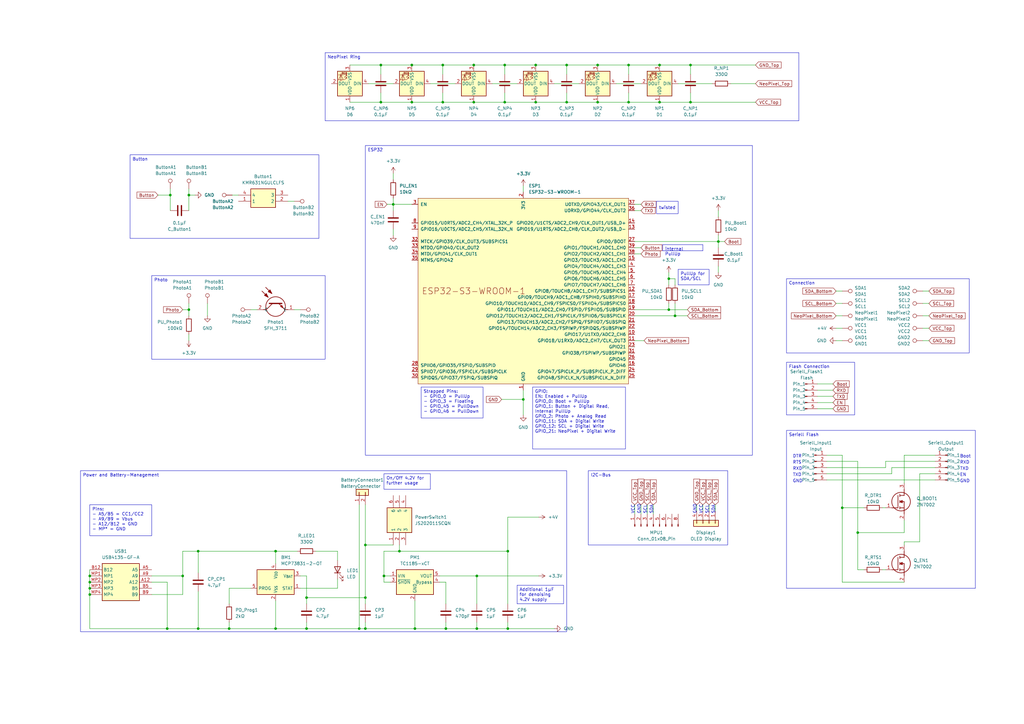
<source format=kicad_sch>
(kicad_sch (version 20230121) (generator eeschema)
  (paper "A3")
  (junction (at 207.01 41.91))
  (junction (at 125.73 245.11))
  (junction (at 74.93 236.22))
  (junction (at 68.58 257.81))
  (junction (at 182.88 257.81))
  (junction (at 257.81 41.91))
  (junction (at 149.86 245.11))
  (junction (at 245.11 26.67))
  (junction (at 351.79 218.44))
  (junction (at 36.83 243.84))
  (junction (at 181.61 41.91))
  (junction (at 232.41 41.91))
  (junction (at 194.31 26.67))
  (junction (at 345.44 208.28))
  (junction (at 276.86 129.54))
  (junction (at 168.91 26.67))
  (junction (at 163.83 226.06))
  (junction (at 149.86 257.81))
  (junction (at 270.51 41.91))
  (junction (at 157.48 236.22))
  (junction (at 36.83 241.3))
  (junction (at 81.28 226.06))
  (junction (at 81.28 257.81))
  (junction (at 219.71 26.67))
  (junction (at 156.21 26.67))
  (junction (at 125.73 257.81))
  (junction (at 270.51 26.67))
  (junction (at 168.91 41.91))
  (junction (at 208.28 257.81))
  (junction (at 283.21 26.67))
  (junction (at 69.85 80.01))
  (junction (at 147.32 257.81))
  (junction (at 170.18 257.81))
  (junction (at 232.41 26.67))
  (junction (at 195.58 257.81))
  (junction (at 36.83 236.22))
  (junction (at 161.29 83.82))
  (junction (at 208.28 226.06))
  (junction (at 149.86 223.52))
  (junction (at 274.32 127))
  (junction (at 181.61 26.67))
  (junction (at 77.47 127))
  (junction (at 36.83 238.76))
  (junction (at 274.32 114.3))
  (junction (at 257.81 26.67))
  (junction (at 113.03 226.06))
  (junction (at 219.71 41.91))
  (junction (at 195.58 236.22))
  (junction (at 283.21 41.91))
  (junction (at 113.03 257.81))
  (junction (at 214.63 163.83))
  (junction (at 93.98 257.81))
  (junction (at 156.21 41.91))
  (junction (at 294.64 99.06))
  (junction (at 207.01 26.67))
  (junction (at 77.47 80.01))
  (junction (at 194.31 41.91))
  (junction (at 245.11 41.91))
  (wire (pts (xy 294.64 96.52) (xy 294.64 99.06)))
  (wire (pts (xy 260.35 101.6) (xy 262.89 101.6)))
  (wire (pts (xy 77.47 80.01) (xy 80.01 80.01)))
  (wire (pts (xy 378.46 139.7) (xy 381 139.7)))
  (wire (pts (xy 81.28 226.06) (xy 74.93 226.06)))
  (wire (pts (xy 335.28 165.1) (xy 341.63 165.1)))
  (wire (pts (xy 157.48 236.22) (xy 160.02 236.22)))
  (wire (pts (xy 257.81 30.48) (xy 257.81 26.67)))
  (wire (pts (xy 257.81 41.91) (xy 245.11 41.91)))
  (wire (pts (xy 335.28 167.64) (xy 341.63 167.64)))
  (wire (pts (xy 339.09 194.31) (xy 365.76 194.31)))
  (wire (pts (xy 378.46 124.46) (xy 381 124.46)))
  (wire (pts (xy 123.19 241.3) (xy 138.43 241.3)))
  (wire (pts (xy 265.43 207.01) (xy 265.43 210.82)))
  (wire (pts (xy 195.58 236.22) (xy 195.58 247.65)))
  (wire (pts (xy 74.93 226.06) (xy 74.93 236.22)))
  (wire (pts (xy 161.29 71.12) (xy 161.29 73.66)))
  (wire (pts (xy 335.28 162.56) (xy 341.63 162.56)))
  (wire (pts (xy 345.44 186.69) (xy 339.09 186.69)))
  (wire (pts (xy 259.08 142.24) (xy 260.35 142.24)))
  (wire (pts (xy 208.28 255.27) (xy 208.28 257.81)))
  (wire (pts (xy 77.47 77.47) (xy 77.47 80.01)))
  (wire (pts (xy 342.9 134.62) (xy 345.44 134.62)))
  (wire (pts (xy 363.22 189.23) (xy 363.22 191.77)))
  (wire (pts (xy 232.41 30.48) (xy 232.41 26.67)))
  (wire (pts (xy 149.86 223.52) (xy 149.86 245.11)))
  (wire (pts (xy 208.28 257.81) (xy 195.58 257.81)))
  (wire (pts (xy 163.83 223.52) (xy 163.83 226.06)))
  (wire (pts (xy 149.86 207.01) (xy 149.86 223.52)))
  (wire (pts (xy 170.18 257.81) (xy 182.88 257.81)))
  (wire (pts (xy 288.29 207.01) (xy 288.29 209.55)))
  (wire (pts (xy 208.28 212.09) (xy 220.98 212.09)))
  (wire (pts (xy 260.35 104.14) (xy 262.89 104.14)))
  (wire (pts (xy 260.35 99.06) (xy 294.64 99.06)))
  (wire (pts (xy 85.09 124.46) (xy 85.09 129.54)))
  (wire (pts (xy 365.76 191.77) (xy 365.76 194.31)))
  (wire (pts (xy 214.63 76.2) (xy 214.63 78.74)))
  (wire (pts (xy 294.64 99.06) (xy 294.64 101.6)))
  (wire (pts (xy 285.75 207.01) (xy 285.75 209.55)))
  (wire (pts (xy 339.09 189.23) (xy 351.79 189.23)))
  (wire (pts (xy 195.58 236.22) (xy 220.98 236.22)))
  (wire (pts (xy 335.28 160.02) (xy 341.63 160.02)))
  (wire (pts (xy 370.84 222.25) (xy 370.84 223.52)))
  (wire (pts (xy 294.64 99.06) (xy 297.18 99.06)))
  (wire (pts (xy 339.09 196.85) (xy 383.54 196.85)))
  (wire (pts (xy 260.35 83.82) (xy 262.89 83.82)))
  (wire (pts (xy 160.02 238.76) (xy 157.48 238.76)))
  (wire (pts (xy 270.51 41.91) (xy 257.81 41.91)))
  (wire (pts (xy 260.35 139.7) (xy 264.16 139.7)))
  (wire (pts (xy 149.86 257.81) (xy 170.18 257.81)))
  (wire (pts (xy 181.61 30.48) (xy 181.61 26.67)))
  (wire (pts (xy 345.44 208.28) (xy 345.44 186.69)))
  (wire (pts (xy 378.46 129.54) (xy 381 129.54)))
  (wire (pts (xy 339.09 191.77) (xy 363.22 191.77)))
  (wire (pts (xy 276.86 114.3) (xy 274.32 114.3)))
  (wire (pts (xy 361.95 233.68) (xy 363.22 233.68)))
  (wire (pts (xy 161.29 83.82) (xy 168.91 83.82)))
  (wire (pts (xy 383.54 194.31) (xy 377.19 194.31)))
  (wire (pts (xy 36.83 233.68) (xy 36.83 236.22)))
  (wire (pts (xy 207.01 26.67) (xy 194.31 26.67)))
  (wire (pts (xy 208.28 257.81) (xy 227.33 257.81)))
  (wire (pts (xy 237.49 34.29) (xy 227.33 34.29)))
  (wire (pts (xy 378.46 119.38) (xy 381 119.38)))
  (wire (pts (xy 77.47 129.54) (xy 77.47 127)))
  (wire (pts (xy 149.86 245.11) (xy 149.86 247.65)))
  (wire (pts (xy 377.19 194.31) (xy 377.19 222.25)))
  (wire (pts (xy 182.88 255.27) (xy 182.88 257.81)))
  (wire (pts (xy 212.09 34.29) (xy 201.93 34.29)))
  (wire (pts (xy 123.19 236.22) (xy 125.73 236.22)))
  (wire (pts (xy 158.75 83.82) (xy 161.29 83.82)))
  (wire (pts (xy 274.32 124.46) (xy 274.32 127)))
  (wire (pts (xy 214.63 163.83) (xy 214.63 170.18)))
  (wire (pts (xy 245.11 26.67) (xy 232.41 26.67)))
  (wire (pts (xy 342.9 119.38) (xy 345.44 119.38)))
  (wire (pts (xy 274.32 111.76) (xy 274.32 114.3)))
  (wire (pts (xy 274.32 114.3) (xy 274.32 116.84)))
  (wire (pts (xy 370.84 213.36) (xy 370.84 218.44)))
  (wire (pts (xy 383.54 189.23) (xy 363.22 189.23)))
  (wire (pts (xy 232.41 41.91) (xy 219.71 41.91)))
  (wire (pts (xy 207.01 41.91) (xy 194.31 41.91)))
  (wire (pts (xy 180.34 238.76) (xy 182.88 238.76)))
  (wire (pts (xy 138.43 237.49) (xy 138.43 241.3)))
  (wire (pts (xy 161.29 86.36) (xy 161.29 83.82)))
  (wire (pts (xy 214.63 160.02) (xy 214.63 163.83)))
  (wire (pts (xy 276.86 129.54) (xy 281.94 129.54)))
  (wire (pts (xy 370.84 198.12) (xy 370.84 186.69)))
  (wire (pts (xy 138.43 229.87) (xy 138.43 226.06)))
  (wire (pts (xy 125.73 236.22) (xy 125.73 245.11)))
  (wire (pts (xy 113.03 246.38) (xy 113.03 257.81)))
  (wire (pts (xy 181.61 41.91) (xy 181.61 38.1)))
  (wire (pts (xy 125.73 245.11) (xy 125.73 247.65)))
  (wire (pts (xy 182.88 257.81) (xy 195.58 257.81)))
  (wire (pts (xy 208.28 226.06) (xy 208.28 212.09)))
  (wire (pts (xy 161.29 34.29) (xy 151.13 34.29)))
  (wire (pts (xy 129.54 226.06) (xy 138.43 226.06)))
  (wire (pts (xy 36.83 243.84) (xy 36.83 257.81)))
  (wire (pts (xy 257.81 26.67) (xy 245.11 26.67)))
  (wire (pts (xy 161.29 81.28) (xy 161.29 83.82)))
  (wire (pts (xy 283.21 26.67) (xy 309.88 26.67)))
  (wire (pts (xy 345.44 238.76) (xy 345.44 208.28)))
  (wire (pts (xy 81.28 226.06) (xy 81.28 234.95)))
  (wire (pts (xy 69.85 80.01) (xy 69.85 86.36)))
  (wire (pts (xy 182.88 238.76) (xy 182.88 247.65)))
  (wire (pts (xy 74.93 127) (xy 77.47 127)))
  (wire (pts (xy 147.32 207.01) (xy 147.32 257.81)))
  (wire (pts (xy 156.21 26.67) (xy 143.51 26.67)))
  (wire (pts (xy 157.48 238.76) (xy 157.48 236.22)))
  (wire (pts (xy 290.83 207.01) (xy 290.83 209.55)))
  (wire (pts (xy 293.37 207.01) (xy 293.37 209.55)))
  (wire (pts (xy 77.47 137.16) (xy 77.47 139.7)))
  (wire (pts (xy 36.83 238.76) (xy 36.83 241.3)))
  (wire (pts (xy 180.34 236.22) (xy 195.58 236.22)))
  (wire (pts (xy 378.46 134.62) (xy 381 134.62)))
  (wire (pts (xy 262.89 34.29) (xy 252.73 34.29)))
  (wire (pts (xy 125.73 255.27) (xy 125.73 257.81)))
  (wire (pts (xy 157.48 226.06) (xy 163.83 226.06)))
  (wire (pts (xy 283.21 30.48) (xy 283.21 26.67)))
  (wire (pts (xy 186.69 34.29) (xy 176.53 34.29)))
  (wire (pts (xy 351.79 218.44) (xy 370.84 218.44)))
  (wire (pts (xy 345.44 208.28) (xy 354.33 208.28)))
  (wire (pts (xy 195.58 255.27) (xy 195.58 257.81)))
  (wire (pts (xy 163.83 226.06) (xy 208.28 226.06)))
  (wire (pts (xy 181.61 26.67) (xy 168.91 26.67)))
  (wire (pts (xy 74.93 243.84) (xy 74.93 236.22)))
  (wire (pts (xy 161.29 93.98) (xy 161.29 96.52)))
  (wire (pts (xy 370.84 238.76) (xy 345.44 238.76)))
  (wire (pts (xy 181.61 41.91) (xy 168.91 41.91)))
  (wire (pts (xy 232.41 41.91) (xy 232.41 38.1)))
  (wire (pts (xy 207.01 41.91) (xy 207.01 38.1)))
  (wire (pts (xy 194.31 26.67) (xy 181.61 26.67)))
  (wire (pts (xy 377.19 222.25) (xy 370.84 222.25)))
  (wire (pts (xy 283.21 26.67) (xy 270.51 26.67)))
  (wire (pts (xy 335.28 157.48) (xy 341.63 157.48)))
  (wire (pts (xy 292.1 34.29) (xy 278.13 34.29)))
  (wire (pts (xy 267.97 207.01) (xy 267.97 210.82)))
  (wire (pts (xy 64.77 80.01) (xy 69.85 80.01)))
  (wire (pts (xy 294.64 86.36) (xy 294.64 88.9)))
  (wire (pts (xy 361.95 208.28) (xy 363.22 208.28)))
  (wire (pts (xy 260.35 129.54) (xy 276.86 129.54)))
  (wire (pts (xy 260.35 127) (xy 274.32 127)))
  (wire (pts (xy 283.21 41.91) (xy 309.88 41.91)))
  (wire (pts (xy 62.23 238.76) (xy 68.58 238.76)))
  (wire (pts (xy 36.83 236.22) (xy 36.83 238.76)))
  (wire (pts (xy 276.86 114.3) (xy 276.86 116.84)))
  (wire (pts (xy 168.91 41.91) (xy 156.21 41.91)))
  (wire (pts (xy 68.58 238.76) (xy 68.58 257.81)))
  (wire (pts (xy 93.98 255.27) (xy 93.98 257.81)))
  (wire (pts (xy 219.71 41.91) (xy 207.01 41.91)))
  (wire (pts (xy 102.87 241.3) (xy 93.98 241.3)))
  (wire (pts (xy 260.35 86.36) (xy 262.89 86.36)))
  (wire (pts (xy 260.35 207.01) (xy 260.35 210.82)))
  (wire (pts (xy 156.21 41.91) (xy 156.21 38.1)))
  (wire (pts (xy 157.48 226.06) (xy 157.48 236.22)))
  (wire (pts (xy 283.21 41.91) (xy 283.21 38.1)))
  (wire (pts (xy 81.28 257.81) (xy 93.98 257.81)))
  (wire (pts (xy 274.32 127) (xy 281.94 127)))
  (wire (pts (xy 299.72 34.29) (xy 309.88 34.29)))
  (wire (pts (xy 276.86 124.46) (xy 276.86 129.54)))
  (wire (pts (xy 118.11 82.55) (xy 120.65 82.55)))
  (wire (pts (xy 97.79 80.01) (xy 95.25 80.01)))
  (wire (pts (xy 370.84 186.69) (xy 383.54 186.69)))
  (wire (pts (xy 93.98 241.3) (xy 93.98 247.65)))
  (wire (pts (xy 207.01 30.48) (xy 207.01 26.67)))
  (wire (pts (xy 168.91 26.67) (xy 156.21 26.67)))
  (wire (pts (xy 125.73 257.81) (xy 147.32 257.81)))
  (wire (pts (xy 62.23 236.22) (xy 74.93 236.22)))
  (wire (pts (xy 149.86 223.52) (xy 161.29 223.52)))
  (wire (pts (xy 270.51 26.67) (xy 257.81 26.67)))
  (wire (pts (xy 342.9 124.46) (xy 345.44 124.46)))
  (wire (pts (xy 342.9 129.54) (xy 345.44 129.54)))
  (wire (pts (xy 81.28 242.57) (xy 81.28 257.81)))
  (wire (pts (xy 68.58 257.81) (xy 81.28 257.81)))
  (wire (pts (xy 245.11 41.91) (xy 232.41 41.91)))
  (wire (pts (xy 77.47 80.01) (xy 77.47 86.36)))
  (wire (pts (xy 113.03 226.06) (xy 81.28 226.06)))
  (wire (pts (xy 170.18 246.38) (xy 170.18 257.81)))
  (wire (pts (xy 120.65 127) (xy 123.19 127)))
  (wire (pts (xy 383.54 191.77) (xy 365.76 191.77)))
  (wire (pts (xy 125.73 245.11) (xy 149.86 245.11)))
  (wire (pts (xy 93.98 257.81) (xy 113.03 257.81)))
  (wire (pts (xy 156.21 30.48) (xy 156.21 26.67)))
  (wire (pts (xy 205.74 163.83) (xy 214.63 163.83)))
  (wire (pts (xy 257.81 41.91) (xy 257.81 38.1)))
  (wire (pts (xy 351.79 218.44) (xy 351.79 233.68)))
  (wire (pts (xy 283.21 41.91) (xy 270.51 41.91)))
  (wire (pts (xy 232.41 26.67) (xy 219.71 26.67)))
  (wire (pts (xy 208.28 247.65) (xy 208.28 226.06)))
  (wire (pts (xy 147.32 257.81) (xy 149.86 257.81)))
  (wire (pts (xy 36.83 257.81) (xy 68.58 257.81)))
  (wire (pts (xy 36.83 241.3) (xy 36.83 243.84)))
  (wire (pts (xy 194.31 41.91) (xy 181.61 41.91)))
  (wire (pts (xy 342.9 139.7) (xy 345.44 139.7)))
  (wire (pts (xy 351.79 189.23) (xy 351.79 218.44)))
  (wire (pts (xy 113.03 226.06) (xy 121.92 226.06)))
  (wire (pts (xy 219.71 26.67) (xy 207.01 26.67)))
  (wire (pts (xy 77.47 124.46) (xy 77.47 127)))
  (wire (pts (xy 113.03 231.14) (xy 113.03 226.06)))
  (wire (pts (xy 351.79 233.68) (xy 354.33 233.68)))
  (wire (pts (xy 69.85 77.47) (xy 69.85 80.01)))
  (wire (pts (xy 113.03 257.81) (xy 125.73 257.81)))
  (wire (pts (xy 149.86 255.27) (xy 149.86 257.81)))
  (wire (pts (xy 262.89 207.01) (xy 262.89 210.82)))
  (wire (pts (xy 62.23 243.84) (xy 74.93 243.84)))
  (wire (pts (xy 294.64 109.22) (xy 294.64 111.76)))
  (wire (pts (xy 102.87 127) (xy 105.41 127)))
  (wire (pts (xy 156.21 41.91) (xy 143.51 41.91)))
  (text_box "Additional 1µF for denoising 4.2V supply" (at 212.09 240.03 0) (size 19.05 7.62) (effects (font (size 1.27 1.27)) (justify left top)))
  (text_box "Pins:\n- A5/B5 = CC1/CC2\n- A9/B9 = Vbus\n- A12/B12 = GND\n- MP* = GND" (at 36.83 207.01 0) (size 25.4 12.7) (effects (font (size 1.27 1.27)) (justify left top)))
  (text_box "On/Off 4.2V for further usage" (at 157.48 194.31 0) (size 19.05 6.35) (effects (font (size 1.27 1.27)) (justify left top)))
  (text_box "Power and Battery-Management" (at 33.02 193.04 0) (size 199.39 66.04) (effects (font (size 1.27 1.27)) (justify left top)))
  (text_box "Photo" (at 62.23 113.03 0) (size 71.12 34.29) (effects (font (size 1.27 1.27)) (justify left top)))
  (text_box "I2C-Bus" (at 241.3 193.04 0) (size 57.15 30.48) (effects (font (size 1.27 1.27)) (justify left top)))
  (text_box "ESP32" (at 149.86 59.69 0) (size 158.75 127) (effects (font (size 1.27 1.27)) (justify left top)))
  (text_box "internal PullUp" (at 271.78 100.33 0) (size 16.51 2.54) (effects (font (size 1.27 1.27)) (justify left top)))
  (text_box "PullUp for SDA/SCL" (at 278.13 110.49 0) (size 12.7 6.35) (effects (font (size 1.27 1.27)) (justify left top)))
  (text_box "GPIO:\nEN: Enabled + PullUp\nGPIO_0: Boot + PullUp\nGPIO_1: Button + Digital Read, Internal PullUp\nGPIO_2: Photo + Analog Read\nGPIO_11: SDA + Digital Write\nGPIO_12: SCL + Digital Write\nGPIO_21: NeoPixel + Digital Write\n" (at 218.44 158.75 0) (size 38.1 25.4) (effects (font (size 1.27 1.27)) (justify left top)))
  (text_box "Flash Connection" (at 322.58 148.59 0) (size 27.94 21.59) (effects (font (size 1.27 1.27)) (justify left top)))
  (text_box "twisted" (at 269.24 82.55 0) (size 8.89 5.08) (effects (font (size 1.27 1.27))))
  (text_box "Seriell Flash" (at 322.58 176.53 0) (size 77.47 64.77) (effects (font (size 1.27 1.27)) (justify left top)))
  (text_box "Connection" (at 322.58 114.3 0) (size 74.93 30.48) (effects (font (size 1.27 1.27)) (justify left top)))
  (text_box "Strapped Pins:\n- GPIO_0 = PullUp\n- GPIO_3 = Floating\n- GPIO_45 = PullDown\n- GPIO_46 = PullDown" (at 172.72 158.75 0) (size 25.4 12.7) (effects (font (size 1.27 1.27)) (justify left top)))
  (text_box "Button" (at 53.34 63.5 0) (size 77.47 34.29) (effects (font (size 1.27 1.27)) (justify left top)))
  (text_box "NeoPixel Ring" (at 133.35 21.59 0) (size 194.31 27.94) (effects (font (size 1.27 1.27)) (justify left top)))
  (text "TXD" (at 393.7 193.04 0) (effects (font (size 1.27 1.27)) (justify left bottom)))
  (text "SCL" (at 265.43 210.82 90) (effects (font (size 1.27 1.27)) (justify left bottom)))
  (text "GND" (at 285.75 210.82 90) (effects (font (size 1.27 1.27)) (justify left bottom)))
  (text "GND" (at 325.12 198.12 0) (effects (font (size 1.27 1.27)) (justify left bottom)))
  (text "TXD" (at 325.12 195.58 0) (effects (font (size 1.27 1.27)) (justify left bottom)))
  (text "GND" (at 393.7 198.12 0) (effects (font (size 1.27 1.27)) (justify left bottom)))
  (text "RXD" (at 393.7 190.5 0) (effects (font (size 1.27 1.27)) (justify left bottom)))
  (text "VCC" (at 260.35 210.82 90) (effects (font (size 1.27 1.27)) (justify left bottom)))
  (text "SCL" (at 290.83 210.82 90) (effects (font (size 1.27 1.27)) (justify left bottom)))
  (text "GND" (at 262.89 210.82 90) (effects (font (size 1.27 1.27)) (justify left bottom)))
  (text "DTR" (at 325.12 187.96 0) (effects (font (size 1.27 1.27)) (justify left bottom)))
  (text "SDA" (at 293.37 210.82 90) (effects (font (size 1.27 1.27)) (justify left bottom)))
  (text "VCC" (at 288.29 210.82 90) (effects (font (size 1.27 1.27)) (justify left bottom)))
  (text "RXD" (at 325.12 193.04 0) (effects (font (size 1.27 1.27)) (justify left bottom)))
  (text "RTS" (at 325.12 190.5 0) (effects (font (size 1.27 1.27)) (justify left bottom)))
  (text "SDA" (at 267.97 210.82 90) (effects (font (size 1.27 1.27)) (justify left bottom)))
  (text "EN" (at 393.7 195.58 0) (effects (font (size 1.27 1.27)) (justify left bottom)))
  (text "Boot" (at 393.7 187.96 0) (effects (font (size 1.27 1.27)) (justify left bottom)))
  (global_label "GND_Top" (shape input) (at 381 139.7 0) (property "Intersheetrefs" "${INTERSHEET_REFS}" (effects hide)))
  (global_label "Photo" (shape input) (at 262.89 104.14 0) (property "Intersheetrefs" "${INTERSHEET_REFS}" (effects hide)))
  (global_label "SDA_Bottom" (shape input) (at 342.9 119.38 180) (property "Intersheetrefs" "${INTERSHEET_REFS}" (effects hide)))
  (global_label "NeoPixel_Top" (shape input) (at 309.88 34.29 0) (property "Intersheetrefs" "${INTERSHEET_REFS}" (effects hide)))
  (global_label "VCC_Top" (shape input) (at 381 134.62 0) (property "Intersheetrefs" "${INTERSHEET_REFS}" (effects hide)))
  (global_label "GND" (shape input) (at 341.63 167.64 0) (property "Intersheetrefs" "${INTERSHEET_REFS}" (effects hide)))
  (global_label "NeoPixel_Top" (shape input) (at 381 129.54 0) (property "Intersheetrefs" "${INTERSHEET_REFS}" (effects hide)))
  (global_label "NeoPixel_Bottom" (shape input) (at 342.9 129.54 180) (property "Intersheetrefs" "${INTERSHEET_REFS}" (effects hide)))
  (global_label "SCL_Bottom" (shape input) (at 342.9 124.46 180) (property "Intersheetrefs" "${INTERSHEET_REFS}" (effects hide)))
  (global_label "EN" (shape input) (at 158.75 83.82 180) (property "Intersheetrefs" "${INTERSHEET_REFS}" (effects hide)))
  (global_label "SCL_Top" (shape input) (at 381 124.46 0) (property "Intersheetrefs" "${INTERSHEET_REFS}" (effects hide)))
  (global_label "SCL_Top" (shape input) (at 265.43 207.01 90) (property "Intersheetrefs" "${INTERSHEET_REFS}" (effects hide)))
  (global_label "GND" (shape input) (at 205.74 163.83 180) (property "Intersheetrefs" "${INTERSHEET_REFS}" (effects hide)))
  (global_label "TXD" (shape input) (at 341.63 162.56 0) (property "Intersheetrefs" "${INTERSHEET_REFS}" (effects hide)))
  (global_label "SCL_Bottom" (shape input) (at 281.94 129.54 0) (property "Intersheetrefs" "${INTERSHEET_REFS}" (effects hide)))
  (global_label "Button" (shape input) (at 64.77 80.01 180) (property "Intersheetrefs" "${INTERSHEET_REFS}" (effects hide)))
  (global_label "RXD" (shape input) (at 262.89 83.82 0) (property "Intersheetrefs" "${INTERSHEET_REFS}" (effects hide)))
  (global_label "VCC_Top" (shape input) (at 288.29 207.01 90) (property "Intersheetrefs" "${INTERSHEET_REFS}" (effects hide)))
  (global_label "VCC_Top" (shape input) (at 260.35 207.01 90) (property "Intersheetrefs" "${INTERSHEET_REFS}" (effects hide)))
  (global_label "RXD" (shape input) (at 341.63 160.02 0) (property "Intersheetrefs" "${INTERSHEET_REFS}" (effects hide)))
  (global_label "SCL_Top" (shape input) (at 290.83 207.01 90) (property "Intersheetrefs" "${INTERSHEET_REFS}" (effects hide)))
  (global_label "GND_Top" (shape input) (at 285.75 207.01 90) (property "Intersheetrefs" "${INTERSHEET_REFS}" (effects hide)))
  (global_label "Photo" (shape input) (at 74.93 127 180) (property "Intersheetrefs" "${INTERSHEET_REFS}" (effects hide)))
  (global_label "Button" (shape input) (at 262.89 101.6 0) (property "Intersheetrefs" "${INTERSHEET_REFS}" (effects hide)))
  (global_label "VCC_Top" (shape input) (at 309.88 41.91 0) (property "Intersheetrefs" "${INTERSHEET_REFS}" (effects hide)))
  (global_label "SDA_Bottom" (shape input) (at 281.94 127 0) (property "Intersheetrefs" "${INTERSHEET_REFS}" (effects hide)))
  (global_label "Boot" (shape input) (at 341.63 157.48 0) (property "Intersheetrefs" "${INTERSHEET_REFS}" (effects hide)))
  (global_label "TXD" (shape input) (at 262.89 86.36 0) (property "Intersheetrefs" "${INTERSHEET_REFS}" (effects hide)))
  (global_label "NeoPixel_Bottom" (shape input) (at 264.16 139.7 0) (property "Intersheetrefs" "${INTERSHEET_REFS}" (effects hide)))
  (global_label "SDA_Top" (shape input) (at 293.37 207.01 90) (property "Intersheetrefs" "${INTERSHEET_REFS}" (effects hide)))
  (global_label "EN" (shape input) (at 341.63 165.1 0) (property "Intersheetrefs" "${INTERSHEET_REFS}" (effects hide)))
  (global_label "GND_Top" (shape input) (at 262.89 207.01 90) (property "Intersheetrefs" "${INTERSHEET_REFS}" (effects hide)))
  (global_label "SDA_Top" (shape input) (at 267.97 207.01 90) (property "Intersheetrefs" "${INTERSHEET_REFS}" (effects hide)))
  (global_label "GND_Top" (shape input) (at 309.88 26.67 0) (property "Intersheetrefs" "${INTERSHEET_REFS}" (effects hide)))
  (global_label "SDA_Top" (shape input) (at 381 119.38 0) (property "Intersheetrefs" "${INTERSHEET_REFS}" (effects hide)))
  (global_label "Boot" (shape input) (at 297.18 99.06 0) (property "Intersheetrefs" "${INTERSHEET_REFS}" (effects hide)))
  (symbol (lib_id "USB4135-GF-A:USB4135-GF-A") (at 62.23 233.68 0) (mirror y) (unit 1)
    (property "Reference" "USB1" (at 49.53 226.06 0))
    (property "Value" "USB4135-GF-A" (at 49.53 228.6 0))
    (property "Footprint" "USB4135GFA" (effects hide))
    (property "Height" "3.5" (effects hide))
    (property "Mouser Part Number" "640-USB4135-GF-A" (effects hide))
    (property "Mouser Price/Stock" "https://www.mouser.co.uk/ProductDetail/GCT/USB4135-GF-A?qs=Li%252BoUPsLEnt6HRo6RUvaXA%3D%3D" (effects hide))
    (property "Manufacturer_Name" "GCT (GLOBAL CONNECTOR TECHNOLOGY)" (effects hide))
    (property "Manufacturer_Part_Number" "USB4135-GF-A" (effects hide))
  )
  (symbol (lib_id "Connector:TestPoint") (at 85.09 124.46 0) (mirror y) (unit 1)
    (property "Reference" "PhotoB1" (at 83.82 115.57 0) (effects (justify right)))
    (property "Value" "PhotoB1" (at 83.82 118.11 0) (effects (justify right)))
    (property "Footprint" "TestPoint:TestPoint_Pad_1.5x1.5mm" (effects hide))
  )
  (symbol (lib_id "power:+3.3V") (at 77.47 139.7 180) (unit 1)
    (property "Reference" "#PWR010" (effects hide))
    (property "Value" "+3.3V" (at 77.47 144.78 0))
  )
  (symbol (lib_id "Connector:Conn_01x05_Pin") (at 330.2 162.56 0) (unit 1)
    (property "Reference" "Seriell_Flash1" (at 330.835 152.4 0))
    (property "Value" "Flash" (at 330.835 154.94 0))
    (property "Footprint" "Connector_PinHeader_2.54mm:PinHeader_1x05_P2.54mm_Vertical_SMD_Pin1Left" (effects hide))
  )
  (symbol (lib_id "Device:R") (at 77.47 133.35 0) (mirror y) (unit 1)
    (property "Reference" "PU_Photo1" (at 74.93 132.08 0) (effects (justify left)))
    (property "Value" "100kΩ" (at 74.93 134.62 0) (effects (justify left)))
    (property "Footprint" "Resistor_SMD:R_0805_2012Metric" (effects hide))
  )
  (symbol (lib_id "Device:R") (at 274.32 120.65 0) (mirror x) (unit 1)
    (property "Reference" "PU_SDA1" (at 271.78 119.38 0) (effects (justify right)))
    (property "Value" "10kΩ" (at 271.78 121.92 0) (effects (justify right)))
    (property "Footprint" "Resistor_SMD:R_0805_2012Metric" (effects hide))
  )
  (symbol (lib_id "power:GND") (at 214.63 170.18 0) (unit 1)
    (property "Reference" "#PWR04" (effects hide))
    (property "Value" "GND" (at 214.63 175.26 0))
  )
  (symbol (lib_id "power:+3.3V") (at 214.63 76.2 0) (unit 1)
    (property "Reference" "#PWR011" (effects hide))
    (property "Value" "+3.3V" (at 214.63 71.2262 0))
  )
  (symbol (lib_id "Connector_Generic:Conn_01x04") (at 290.83 214.63 270) (unit 1)
    (property "Reference" "Display1" (at 289.56 218.44 90))
    (property "Value" "OLED Display" (at 289.56 220.98 90))
    (property "Footprint" "Connector_PinHeader_2.54mm:PinHeader_1x04_P2.54mm_Vertical" (effects hide))
  )
  (symbol (lib_id "Connector:TestPoint") (at 102.87 127 90) (mirror x) (unit 1)
    (property "Reference" "PhotoA2" (at 99.06 132.08 90))
    (property "Value" "PhotoA2" (at 99.06 129.54 90))
    (property "Footprint" "TestPoint:TestPoint_Pad_1.5x1.5mm" (effects hide))
  )
  (symbol (lib_id "Device:C") (at 81.28 238.76 0) (unit 1)
    (property "Reference" "CP_CP1" (at 85.09 237.49 0) (effects (justify left)))
    (property "Value" "4.7µF" (at 85.09 240.03 0) (effects (justify left)))
    (property "Footprint" "Capacitor_SMD:C_0805_2012Metric" (effects hide))
  )
  (symbol (lib_id "Device:C") (at 195.58 251.46 0) (unit 1)
    (property "Reference" "CP5" (at 199.39 250.19 0) (effects (justify left)))
    (property "Value" "1µF" (at 199.39 252.73 0) (effects (justify left)))
    (property "Footprint" "Capacitor_SMD:C_0805_2012Metric" (effects hide))
  )
  (symbol (lib_id "power:+3.3V") (at 220.98 236.22 270) (unit 1)
    (property "Reference" "#PWR012" (effects hide))
    (property "Value" "+3.3V" (at 224.79 236.22 90) (effects (justify left)))
  )
  (symbol (lib_id "Connector:TestPoint") (at 378.46 139.7 90) (mirror x) (unit 1)
    (property "Reference" "GND2" (at 373.38 140.97 90) (effects (justify left)))
    (property "Value" "GND2" (at 373.38 138.43 90) (effects (justify left)))
    (property "Footprint" "TestPoint:TestPoint_Pad_1.5x1.5mm" (effects hide))
  )
  (symbol (lib_id "power:GND") (at 161.29 96.52 0) (unit 1)
    (property "Reference" "#PWR03" (effects hide))
    (property "Value" "GND" (at 161.29 101.6 0))
  )
  (symbol (lib_id "Connector:TestPoint") (at 69.85 77.47 0) (mirror y) (unit 1)
    (property "Reference" "ButtonA1" (at 72.39 68.58 0) (effects (justify left)))
    (property "Value" "ButtonA1" (at 72.39 71.12 0) (effects (justify left)))
    (property "Footprint" "TestPoint:TestPoint_Pad_1.5x1.5mm" (effects hide))
  )
  (symbol (lib_id "Connector:TestPoint") (at 95.25 80.01 90) (mirror x) (unit 1)
    (property "Reference" "ButtonA2" (at 91.44 85.09 90))
    (property "Value" "ButtonA2" (at 91.44 82.55 90))
    (property "Footprint" "TestPoint:TestPoint_Pad_1.5x1.5mm" (effects hide))
  )
  (symbol (lib_id "Connector:TestPoint") (at 120.65 82.55 270) (mirror x) (unit 1)
    (property "Reference" "ButtonB2" (at 124.46 85.09 90))
    (property "Value" "ButtonB2" (at 124.46 87.63 90))
    (property "Footprint" "TestPoint:TestPoint_Pad_1.5x1.5mm" (effects hide))
  )
  (symbol (lib_id "Regulator_Linear:TC1185-xCT") (at 170.18 238.76 0) (unit 1)
    (property "Reference" "PM1" (at 170.18 228.6 0))
    (property "Value" "TC1185-xCT" (at 170.18 231.14 0))
    (property "Footprint" "Package_TO_SOT_SMD:SOT-23-5" (effects hide))
    (property "Datasheet" "https://ww1.microchip.com/downloads/aemDocuments/documents/APID/ProductDocuments/DataSheets/21335e.pdf" (effects hide))
  )
  (symbol (lib_id "Device:C") (at 208.28 251.46 0) (unit 1)
    (property "Reference" "CP6" (at 212.09 250.19 0) (effects (justify left)))
    (property "Value" "1µF" (at 212.09 252.73 0) (effects (justify left)))
    (property "Footprint" "Capacitor_SMD:C_0805_2012Metric" (effects hide))
  )
  (symbol (lib_id "Device:C") (at 182.88 251.46 0) (unit 1)
    (property "Reference" "CP4" (at 186.69 250.19 0) (effects (justify left)))
    (property "Value" "470pF" (at 186.69 252.73 0) (effects (justify left)))
    (property "Footprint" "Capacitor_SMD:C_0805_2012Metric" (effects hide))
  )
  (symbol (lib_id "Device:LED") (at 138.43 233.68 90) (unit 1)
    (property "Reference" "LED1" (at 142.24 233.9975 90) (effects (justify right)))
    (property "Value" "LED" (at 142.24 236.5375 90) (effects (justify right)))
    (property "Footprint" "LED_SMD:LED_0805_2012Metric" (effects hide))
  )
  (symbol (lib_id "Battery_Management:MCP73831-2-OT") (at 113.03 238.76 0) (unit 1)
    (property "Reference" "BM1" (at 115.2241 228.6 0) (effects (justify left)))
    (property "Value" "MCP73831-2-OT" (at 115.2241 231.14 0) (effects (justify left)))
    (property "Footprint" "Package_TO_SOT_SMD:SOT-23-5" (effects hide))
    (property "Datasheet" "http://ww1.microchip.com/downloads/en/DeviceDoc/20001984g.pdf" (effects hide))
  )
  (symbol (lib_id "power:GND") (at 80.01 80.01 90) (unit 1)
    (property "Reference" "#PWR07" (effects hide))
    (property "Value" "GND" (at 83.82 80.01 90) (effects (justify right)))
  )
  (symbol (lib_id "LED:WS2812B") (at 143.51 34.29 180) (unit 1)
    (property "Reference" "D6" (at 143.51 46.99 0))
    (property "Value" "NP6" (at 143.51 44.45 0))
    (property "Footprint" "LED_SMD:LED_WS2812B_PLCC4_5.0x5.0mm_P3.2mm" (effects hide))
    (property "Datasheet" "https://cdn-shop.adafruit.com/datasheets/WS2812B.pdf" (effects hide))
  )
  (symbol (lib_id "LED:WS2812B") (at 245.11 34.29 180) (unit 1)
    (property "Reference" "D2" (at 245.11 46.99 0))
    (property "Value" "NP2" (at 245.11 44.45 0))
    (property "Footprint" "LED_SMD:LED_WS2812B_PLCC4_5.0x5.0mm_P3.2mm" (effects hide))
    (property "Datasheet" "https://cdn-shop.adafruit.com/datasheets/WS2812B.pdf" (effects hide))
  )
  (symbol (lib_id "Device:C") (at 207.01 34.29 0) (mirror x) (unit 1)
    (property "Reference" "C_NP4" (at 207.01 44.45 0))
    (property "Value" "0.1µF" (at 207.01 46.99 0))
    (property "Footprint" "Capacitor_SMD:C_0805_2012Metric" (effects hide))
  )
  (symbol (lib_id "power:+4V") (at 220.98 212.09 270) (unit 1)
    (property "Reference" "#PWR014" (effects hide))
    (property "Value" "+4V" (at 224.79 212.09 90) (effects (justify left)))
  )
  (symbol (lib_id "Connector:Conn_01x08_Pin") (at 267.97 215.9 90) (unit 1)
    (property "Reference" "MPU1" (at 269.24 218.44 90))
    (property "Value" "Conn_01x08_Pin" (at 269.24 220.98 90))
    (property "Footprint" "Connector_PinHeader_2.54mm:PinHeader_1x08_P2.54mm_Vertical_SMD_Pin1Left" (effects hide))
  )
  (symbol (lib_id "PCM_Espressif:ESP32-S3-WROOM-1") (at 214.63 119.38 0) (unit 1)
    (property "Reference" "ESP1" (at 216.8241 76.2 0) (effects (justify left)))
    (property "Value" "ESP32-S3-WROOM-1" (at 216.8241 78.74 0) (effects (justify left)))
    (property "Footprint" "PCM_Espressif:ESP32-S3-WROOM-1" (effects hide))
    (property "Datasheet" "https://www.espressif.com/sites/default/files/documentation/esp32-s3-wroom-1_wroom-1u_datasheet_en.pdf" (effects hide))
  )
  (symbol (lib_id "2N7002:2N7002") (at 363.22 208.28 0) (unit 1)
    (property "Reference" "Q_BOOT1" (at 375.92 204.47 0) (effects (justify left)))
    (property "Value" "2N7002" (at 375.92 207.01 0) (effects (justify left)))
    (property "Footprint" "SOT96P240X120-3N" (effects hide))
    (property "Datasheet" "https://www.onsemi.com/pub/Collateral/NDS7002A-D.PDF" (effects hide))
    (property "Height" "1.2" (effects hide))
    (property "Manufacturer_Name" "onsemi" (effects hide))
    (property "Manufacturer_Part_Number" "2N7002" (effects hide))
    (property "Mouser Part Number" "512-2N7002" (effects hide))
    (property "Mouser Price/Stock" "https://www.mouser.co.uk/ProductDetail/onsemi-Fairchild/2N7002?qs=0dwsXDNhqlz66WJJhrTFjQ%3D%3D" (effects hide))
    (property "Arrow Part Number" "2N7002" (effects hide))
    (property "Arrow Price/Stock" "https://www.arrow.com/en/products/2n7002/on-semiconductor?region=nac" (effects hide))
  )
  (symbol (lib_id "Connector:TestPoint") (at 345.44 139.7 270) (unit 1)
    (property "Reference" "GND1" (at 350.52 140.97 90) (effects (justify left)))
    (property "Value" "GND1" (at 350.52 138.43 90) (effects (justify left)))
    (property "Footprint" "TestPoint:TestPoint_Pad_1.5x1.5mm" (effects hide))
  )
  (symbol (lib_id "Connector:TestPoint") (at 378.46 124.46 90) (mirror x) (unit 1)
    (property "Reference" "SCL2" (at 373.38 125.73 90) (effects (justify left)))
    (property "Value" "SCL2" (at 373.38 123.19 90) (effects (justify left)))
    (property "Footprint" "TestPoint:TestPoint_Pad_1.5x1.5mm" (effects hide))
  )
  (symbol (lib_id "power:GND") (at 227.33 257.81 90) (unit 1)
    (property "Reference" "#PWR09" (effects hide))
    (property "Value" "GND" (at 231.14 257.81 90) (effects (justify right)))
  )
  (symbol (lib_id "Device:R") (at 276.86 120.65 180) (unit 1)
    (property "Reference" "PU_SCL1" (at 279.4 119.38 0) (effects (justify right)))
    (property "Value" "10kΩ" (at 279.4 121.92 0) (effects (justify right)))
    (property "Footprint" "Resistor_SMD:R_0805_2012Metric" (effects hide))
  )
  (symbol (lib_id "KMR631NGULCLFS:KMR631NGULCLFS") (at 97.79 80.01 0) (unit 1)
    (property "Reference" "Button1" (at 107.95 72.39 0))
    (property "Value" "KMR631NGULCLFS" (at 107.95 74.93 0))
    (property "Footprint" "KMR621NG" (effects hide))
    (property "Datasheet" "https://www.ckswitches.com/media/1907/kmr6.pdf" (effects hide))
    (property "Mouser Part Number" "611-KMR631NGULCLFS" (effects hide))
    (property "Mouser Price/Stock" "https://www.mouser.co.uk/ProductDetail/CK/KMR631NGULCLFS?qs=HXFqYaX1Q2xBA5gT0%2FzYzA%3D%3D" (effects hide))
    (property "Manufacturer_Name" "C & K COMPONENTS" (effects hide))
    (property "Manufacturer_Part_Number" "KMR631NGULCLFS" (effects hide))
  )
  (symbol (lib_id "power:GND") (at 294.64 111.76 0) (unit 1)
    (property "Reference" "#PWR05" (effects hide))
    (property "Value" "GND" (at 294.64 116.84 0))
  )
  (symbol (lib_id "power:GND") (at 85.09 129.54 0) (unit 1)
    (property "Reference" "#PWR08" (effects hide))
    (property "Value" "GND" (at 85.09 134.62 0))
  )
  (symbol (lib_id "Device:C") (at 125.73 251.46 0) (unit 1)
    (property "Reference" "CP2" (at 129.54 250.19 0) (effects (justify left)))
    (property "Value" "4.7µF" (at 129.54 252.73 0) (effects (justify left)))
    (property "Footprint" "Capacitor_SMD:C_0805_2012Metric" (effects hide))
  )
  (symbol (lib_id "Device:C") (at 283.21 34.29 0) (mirror x) (unit 1)
    (property "Reference" "C_NP1" (at 283.21 44.45 0))
    (property "Value" "0.1µF" (at 283.21 46.99 0))
    (property "Footprint" "Capacitor_SMD:C_0805_2012Metric" (effects hide))
  )
  (symbol (lib_id "Device:C") (at 232.41 34.29 0) (mirror x) (unit 1)
    (property "Reference" "C_NP3" (at 232.41 44.45 0))
    (property "Value" "0.1µF" (at 232.41 46.99 0))
    (property "Footprint" "Capacitor_SMD:C_0805_2012Metric" (effects hide))
  )
  (symbol (lib_id "Device:R") (at 294.64 92.71 180) (unit 1)
    (property "Reference" "PU_Boot1" (at 297.18 91.44 0) (effects (justify right)))
    (property "Value" "10kΩ" (at 297.18 93.98 0) (effects (justify right)))
    (property "Footprint" "Resistor_SMD:R_0805_2012Metric" (effects hide))
  )
  (symbol (lib_id "SFH_3711:SFH_3711") (at 105.41 127 90) (mirror x) (unit 1)
    (property "Reference" "Photo1" (at 113.03 132.08 90))
    (property "Value" "SFH_3711" (at 113.03 134.62 90))
    (property "Footprint" "SFH3711" (effects hide))
    (property "Datasheet" "https://datasheet.datasheetarchive.com/originals/distributors/DKDS41/DSANUWW0036837.pdf" (effects hide))
    (property "Height" "0.95" (effects hide))
    (property "Mouser Part Number" "720-SFH3711" (effects hide))
    (property "Mouser Price/Stock" "https://www.mouser.co.uk/ProductDetail/OSRAM-Opto-Semiconductors/SFH-3711?qs=pCZPOPZMYPi55WwRvG5mpg%3D%3D" (effects hide))
    (property "Manufacturer_Name" "OSRAM" (effects hide))
    (property "Manufacturer_Part_Number" "SFH 3711" (effects hide))
  )
  (symbol (lib_id "Device:C") (at 181.61 34.29 0) (mirror x) (unit 1)
    (property "Reference" "C_NP5" (at 181.61 44.45 0))
    (property "Value" "0.1µF" (at 181.61 46.99 0))
    (property "Footprint" "Capacitor_SMD:C_0805_2012Metric" (effects hide))
  )
  (symbol (lib_id "Device:C") (at 294.64 105.41 0) (mirror x) (unit 1)
    (property "Reference" "C_Boot1" (at 300.99 104.14 0))
    (property "Value" "0.1µF" (at 300.99 106.68 0))
    (property "Footprint" "Capacitor_SMD:C_0805_2012Metric" (effects hide))
  )
  (symbol (lib_id "Connector:TestPoint") (at 345.44 124.46 270) (unit 1)
    (property "Reference" "SCL1" (at 350.52 125.73 90) (effects (justify left)))
    (property "Value" "SCL1" (at 350.52 123.19 90) (effects (justify left)))
    (property "Footprint" "TestPoint:TestPoint_Pad_1.5x1.5mm" (effects hide))
  )
  (symbol (lib_id "power:+3.3V") (at 161.29 71.12 0) (unit 1)
    (property "Reference" "#PWR015" (effects hide))
    (property "Value" "+3.3V" (at 161.29 66.04 0))
  )
  (symbol (lib_id "Device:C") (at 257.81 34.29 0) (mirror x) (unit 1)
    (property "Reference" "C_NP2" (at 257.81 44.45 0))
    (property "Value" "0.1µF" (at 257.81 46.99 0))
    (property "Footprint" "Capacitor_SMD:C_0805_2012Metric" (effects hide))
  )
  (symbol (lib_id "Connector:TestPoint") (at 345.44 134.62 270) (unit 1)
    (property "Reference" "VCC1" (at 350.52 135.89 90) (effects (justify left)))
    (property "Value" "VCC1" (at 350.52 133.35 90) (effects (justify left)))
    (property "Footprint" "TestPoint:TestPoint_Pad_1.5x1.5mm" (effects hide))
  )
  (symbol (lib_id "Connector:TestPoint") (at 77.47 77.47 0) (mirror y) (unit 1)
    (property "Reference" "ButtonB1" (at 76.2 68.58 0) (effects (justify right)))
    (property "Value" "ButtonB1" (at 76.2 71.12 0) (effects (justify right)))
    (property "Footprint" "TestPoint:TestPoint_Pad_1.5x1.5mm" (effects hide))
  )
  (symbol (lib_id "power:GND") (at 342.9 139.7 270) (unit 1)
    (property "Reference" "#PWR01" (effects hide))
    (property "Value" "GND" (at 339.09 139.7 90) (effects (justify right)))
  )
  (symbol (lib_id "Device:C") (at 73.66 86.36 90) (mirror x) (unit 1)
    (property "Reference" "C_Button1" (at 73.66 93.98 90))
    (property "Value" "0.1µF" (at 73.66 91.44 90))
    (property "Footprint" "Capacitor_SMD:C_0805_2012Metric" (effects hide))
  )
  (symbol (lib_id "Connector:TestPoint") (at 378.46 134.62 90) (mirror x) (unit 1)
    (property "Reference" "VCC2" (at 373.38 135.89 90) (effects (justify left)))
    (property "Value" "VCC2" (at 373.38 133.35 90) (effects (justify left)))
    (property "Footprint" "TestPoint:TestPoint_Pad_1.5x1.5mm" (effects hide))
  )
  (symbol (lib_id "Connector:TestPoint") (at 123.19 127 270) (mirror x) (unit 1)
    (property "Reference" "PhotoB2" (at 127 129.54 90))
    (property "Value" "PhotoB2" (at 127 132.08 90))
    (property "Footprint" "TestPoint:TestPoint_Pad_1.5x1.5mm" (effects hide))
  )
  (symbol (lib_id "Device:R") (at 93.98 251.46 0) (unit 1)
    (property "Reference" "PD_Prog1" (at 96.52 250.19 0) (effects (justify left)))
    (property "Value" "2kΩ" (at 96.52 252.73 0) (effects (justify left)))
    (property "Footprint" "Resistor_SMD:R_0805_2012Metric" (effects hide))
  )
  (symbol (lib_id "power:+3.3V") (at 294.64 86.36 0) (unit 1)
    (property "Reference" "#PWR06" (effects hide))
    (property "Value" "+3.3V" (at 294.64 81.28 0))
  )
  (symbol (lib_id "LED:WS2812B") (at 270.51 34.29 180) (unit 1)
    (property "Reference" "D1" (at 270.51 46.99 0))
    (property "Value" "NP1" (at 270.51 44.45 0))
    (property "Footprint" "LED_SMD:LED_WS2812B_PLCC4_5.0x5.0mm_P3.2mm" (effects hide))
    (property "Datasheet" "https://cdn-shop.adafruit.com/datasheets/WS2812B.pdf" (effects hide))
  )
  (symbol (lib_id "Device:R") (at 358.14 208.28 90) (unit 1)
    (property "Reference" "R_DTR1" (at 358.14 203.2 90))
    (property "Value" "10kΩ" (at 358.14 205.74 90))
    (property "Footprint" "Resistor_SMD:R_0805_2012Metric" (effects hide))
  )
  (symbol (lib_id "2N7002:2N7002") (at 363.22 233.68 0) (unit 1)
    (property "Reference" "Q_EN1" (at 374.65 229.87 0) (effects (justify left)))
    (property "Value" "2N7002" (at 374.65 232.41 0) (effects (justify left)))
    (property "Footprint" "SOT96P240X120-3N" (effects hide))
    (property "Datasheet" "https://www.onsemi.com/pub/Collateral/NDS7002A-D.PDF" (effects hide))
    (property "Height" "1.2" (effects hide))
    (property "Manufacturer_Name" "onsemi" (effects hide))
    (property "Manufacturer_Part_Number" "2N7002" (effects hide))
    (property "Mouser Part Number" "512-2N7002" (effects hide))
    (property "Mouser Price/Stock" "https://www.mouser.co.uk/ProductDetail/onsemi-Fairchild/2N7002?qs=0dwsXDNhqlz66WJJhrTFjQ%3D%3D" (effects hide))
    (property "Arrow Part Number" "2N7002" (effects hide))
    (property "Arrow Price/Stock" "https://www.arrow.com/en/products/2n7002/on-semiconductor?region=nac" (effects hide))
  )
  (symbol (lib_id "LED:WS2812B") (at 194.31 34.29 180) (unit 1)
    (property "Reference" "D4" (at 194.31 46.99 0))
    (property "Value" "NP4" (at 194.31 44.45 0))
    (property "Footprint" "LED_SMD:LED_WS2812B_PLCC4_5.0x5.0mm_P3.2mm" (effects hide))
    (property "Datasheet" "https://cdn-shop.adafruit.com/datasheets/WS2812B.pdf" (effects hide))
  )
  (symbol (lib_id "Connector:TestPoint") (at 345.44 129.54 270) (unit 1)
    (property "Reference" "NeoPixel1" (at 350.52 130.81 90) (effects (justify left)))
    (property "Value" "NeoPixel1" (at 350.52 128.27 90) (effects (justify left)))
    (property "Footprint" "TestPoint:TestPoint_Pad_1.5x1.5mm" (effects hide))
  )
  (symbol (lib_name "Conn_01x05_Pin_2") (lib_id "Connector:Conn_01x05_Pin") (at 388.62 191.77 0) (mirror y) (unit 1)
    (property "Reference" "Seriell_Output1" (at 387.985 181.61 0))
    (property "Value" "Output" (at 387.985 184.15 0))
    (property "Footprint" "Connector_PinHeader_2.54mm:PinHeader_1x05_P2.54mm_Vertical_SMD_Pin1Left" (effects hide))
  )
  (symbol (lib_id "Device:R") (at 125.73 226.06 90) (unit 1)
    (property "Reference" "R_LED1" (at 125.73 219.71 90))
    (property "Value" "330Ω" (at 125.73 222.25 90))
    (property "Footprint" "Resistor_SMD:R_0805_2012Metric" (effects hide))
  )
  (symbol (lib_id "Device:C") (at 161.29 90.17 0) (mirror x) (unit 1)
    (property "Reference" "C_EN1" (at 154.94 88.9 0))
    (property "Value" "470nF" (at 154.94 91.44 0))
    (property "Footprint" "Capacitor_SMD:C_0805_2012Metric" (effects hide))
  )
  (symbol (lib_id "power:+4V") (at 342.9 134.62 90) (mirror x) (unit 1)
    (property "Reference" "#PWR02" (effects hide))
    (property "Value" "+4V" (at 339.09 134.62 90) (effects (justify left)))
  )
  (symbol (lib_id "Connector:TestPoint") (at 378.46 119.38 90) (mirror x) (unit 1)
    (property "Reference" "SDA2" (at 373.38 120.65 90) (effects (justify left)))
    (property "Value" "SDA2" (at 373.38 118.11 90) (effects (justify left)))
    (property "Footprint" "TestPoint:TestPoint_Pad_1.5x1.5mm" (effects hide))
  )
  (symbol (lib_id "Device:C") (at 156.21 34.29 0) (mirror x) (unit 1)
    (property "Reference" "C_NP6" (at 156.21 44.45 0))
    (property "Value" "0.1µF" (at 156.21 46.99 0))
    (property "Footprint" "Capacitor_SMD:C_0805_2012Metric" (effects hide))
  )
  (symbol (lib_id "Connector:TestPoint") (at 345.44 119.38 270) (unit 1)
    (property "Reference" "SDA1" (at 350.52 120.65 90) (effects (justify left)))
    (property "Value" "SDA1" (at 350.52 118.11 90) (effects (justify left)))
    (property "Footprint" "TestPoint:TestPoint_Pad_1.5x1.5mm" (effects hide))
  )
  (symbol (lib_id "LED:WS2812B") (at 168.91 34.29 180) (unit 1)
    (property "Reference" "D5" (at 168.91 46.99 0))
    (property "Value" "NP5" (at 168.91 44.45 0))
    (property "Footprint" "LED_SMD:LED_WS2812B_PLCC4_5.0x5.0mm_P3.2mm" (effects hide))
    (property "Datasheet" "https://cdn-shop.adafruit.com/datasheets/WS2812B.pdf" (effects hide))
  )
  (symbol (lib_name "Conn_01x05_Pin_1") (lib_id "Connector:Conn_01x05_Pin") (at 334.01 191.77 0) (unit 1)
    (property "Reference" "Seriell_Input1" (at 334.645 181.61 0))
    (property "Value" "Input" (at 334.645 184.15 0))
    (property "Footprint" "Connector_PinHeader_2.54mm:PinHeader_1x05_P2.54mm_Vertical_SMD_Pin1Left" (effects hide))
  )
  (symbol (lib_id "power:+3.3V") (at 274.32 111.76 0) (mirror y) (unit 1)
    (property "Reference" "#PWR018" (effects hide))
    (property "Value" "+3.3V" (at 274.32 106.68 0))
  )
  (symbol (lib_id "Device:C") (at 149.86 251.46 0) (unit 1)
    (property "Reference" "CP3" (at 153.67 250.19 0) (effects (justify left)))
    (property "Value" "1µF" (at 153.67 252.73 0) (effects (justify left)))
    (property "Footprint" "Capacitor_SMD:C_0805_2012Metric" (effects hide))
  )
  (symbol (lib_id "Connector:TestPoint") (at 378.46 129.54 90) (mirror x) (unit 1)
    (property "Reference" "NeoPixel2" (at 373.38 130.81 90) (effects (justify left)))
    (property "Value" "NeoPixel2" (at 373.38 128.27 90) (effects (justify left)))
    (property "Footprint" "TestPoint:TestPoint_Pad_1.5x1.5mm" (effects hide))
  )
  (symbol (lib_id "JS202011SCQN:JS202011SCQN") (at 161.29 223.52 90) (unit 1)
    (property "Reference" "PowerSwitch1" (at 170.18 212.09 90) (effects (justify right)))
    (property "Value" "JS202011SCQN" (at 170.18 214.63 90) (effects (justify right)))
    (property "Footprint" "JS202011SCQN" (effects hide))
    (property "Datasheet" "https://www.ckswitches.com/media/1422/js.pdf" (effects hide))
    (property "Height" "5.5" (effects hide))
    (property "Mouser Part Number" "611-JS202011SCQN" (effects hide))
    (property "Mouser Price/Stock" "https://www.mouser.co.uk/ProductDetail/CK/JS202011SCQN?qs=LgMIjt8LuD95JYWxZ7NvZA%3D%3D" (effects hide))
    (property "Manufacturer_Name" "C & K COMPONENTS" (effects hide))
    (property "Manufacturer_Part_Number" "JS202011SCQN" (effects hide))
  )
  (symbol (lib_id "LED:WS2812B") (at 219.71 34.29 180) (unit 1)
    (property "Reference" "D3" (at 219.71 46.99 0))
    (property "Value" "NP3" (at 219.71 44.45 0))
    (property "Footprint" "LED_SMD:LED_WS2812B_PLCC4_5.0x5.0mm_P3.2mm" (effects hide))
    (property "Datasheet" "https://cdn-shop.adafruit.com/datasheets/WS2812B.pdf" (effects hide))
  )
  (symbol (lib_id "Device:R") (at 295.91 34.29 270) (unit 1)
    (property "Reference" "R_NP1" (at 295.91 27.94 90))
    (property "Value" "330Ω" (at 295.91 30.48 90))
    (property "Footprint" "Resistor_SMD:R_0805_2012Metric" (effects hide))
  )
  (symbol (lib_id "Device:R") (at 358.14 233.68 90) (unit 1)
    (property "Reference" "R_RTS1" (at 358.14 228.6 90))
    (property "Value" "10kΩ" (at 358.14 231.14 90))
    (property "Footprint" "Resistor_SMD:R_0805_2012Metric" (effects hide))
  )
  (symbol (lib_id "Connector_Generic:Conn_01x02") (at 147.32 201.93 90) (unit 1)
    (property "Reference" "BatteryConnector1" (at 139.7 196.85 90) (effects (justify right)))
    (property "Value" "BatteryConnector" (at 139.7 199.39 90) (effects (justify right)))
    (property "Footprint" "Connector_JST:JST_PH_S2B-PH-SM4-TB_1x02-1MP_P2.00mm_Horizontal" (effects hide))
  )
  (symbol (lib_id "Connector:TestPoint") (at 77.47 124.46 0) (mirror y) (unit 1)
    (property "Reference" "PhotoA1" (at 78.74 115.57 0) (effects (justify left)))
    (property "Value" "PhotoA1" (at 78.74 118.11 0) (effects (justify left)))
    (property "Footprint" "TestPoint:TestPoint_Pad_1.5x1.5mm" (effects hide))
  )
  (symbol (lib_id "Device:R") (at 161.29 77.47 180) (unit 1)
    (property "Reference" "PU_EN1" (at 163.83 76.2 0) (effects (justify right)))
    (property "Value" "10kΩ" (at 163.83 78.74 0) (effects (justify right)))
    (property "Footprint" "Resistor_SMD:R_0805_2012Metric" (effects hide))
  )
)
</source>
